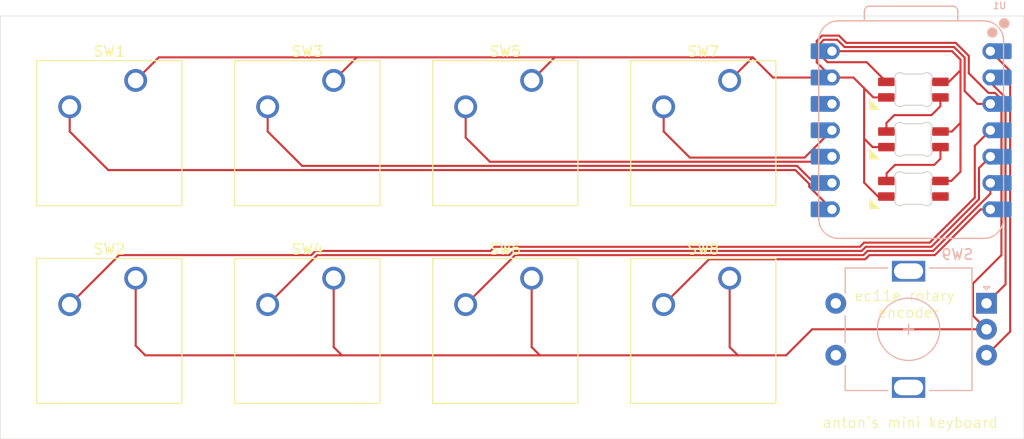
<source format=kicad_pcb>
(kicad_pcb (version 20241229) (generator "pcbnew") (generator_version "9.0")
  (layers (0 "F.Cu" signal) (2 "B.Cu" signal) (13 "F.Paste" user) (15 "B.Paste" user) (5 "F.SilkS" user "F.Silkscreen") (7 "B.SilkS" user "B.Silkscreen") (1 "F.Mask" user) (3 "B.Mask" user) (25 "Edge.Cuts" user))
  (net 0 "")
  (net 1 "Net-(D1-DOUT)")
  (net 2 "GND")
  (net 3 "Net-(D1-DIN)")
  (net 4 "+5V")
  (net 5 "Net-(D2-DOUT)")
  (net 6 "Net-(U1-GPIO0{slash}TX)")
  (net 9 "Net-(U1-GPIO26{slash}ADC0{slash}A0)")
  (net 11 "Net-(U1-GPIO27{slash}ADC1{slash}A1)")
  (net 12 "Net-(U1-GPIO1{slash}RX)")
  (net 13 "Net-(U1-GPIO2{slash}SCK)")
  (net 14 "Net-(U1-GPIO4{slash}MISO)")
  (net 15 "Net-(U1-GPIO3{slash}MOSI)")
  (net 16 "Net-(U1-GPIO29{slash}ADC3{slash}A3)")
  (net 17 "Net-(U1-GPIO6{slash}SDA)")
  (net 18 "Net-(U1-GPIO7{slash}SCL)")
  (footprint "Button_Switch_Keyboard:SW_Cherry_MX_1.00u_PCB" (layer "F.Cu") (at 161.13125 66.51625)
    (property "Reference" "SW6" (at -2.54 -2.794 0) (layer "F.SilkS"))
    (property "Value" "SW_Push")
    (fp_line (start -9.525 -1.905) (end 4.445 -1.905) (stroke (width 0.12)) (layer "F.SilkS"))
    (fp_line (start -9.525 12.065) (end -9.525 -1.905) (stroke (width 0.12)) (layer "F.SilkS"))
    (fp_line (start 4.445 -1.905) (end 4.445 12.065) (stroke (width 0.12)) (layer "F.SilkS"))
    (fp_line (start 4.445 12.065) (end -9.525 12.065) (stroke (width 0.12)) (layer "F.SilkS"))
    (pad "" np_thru_hole circle (at -7.62 5.08) (size 1.7 1.7) (drill 1.7) (layers "*.Cu" "*.Mask"))
    (pad "" np_thru_hole circle (at -2.54 5.08) (size 4 4) (drill 4) (layers "*.Cu" "*.Mask"))
    (pad "" np_thru_hole circle (at 2.54 5.08) (size 1.7 1.7) (drill 1.7) (layers "*.Cu" "*.Mask"))
    (pad "1" thru_hole circle (at 0 0) (size 2.2 2.2) (drill 1.5) (layers "*.Cu" "*.Mask") (net 2 "GND"))
    (pad "2" thru_hole circle (at -6.35 2.54) (size 2.2 2.2) (drill 1.5) (layers "*.Cu" "*.Mask") (net 18 "Net-(U1-GPIO7{slash}SCL)"))
  )
  (footprint "Button_Switch_Keyboard:SW_Cherry_MX_1.00u_PCB" (layer "F.Cu") (at 142.08125 47.46625)
    (property "Reference" "SW3" (at -2.54 -2.794 0) (layer "F.SilkS"))
    (property "Value" "SW_Push")
    (fp_line (start -9.525 -1.905) (end 4.445 -1.905) (stroke (width 0.12)) (layer "F.SilkS"))
    (fp_line (start -9.525 12.065) (end -9.525 -1.905) (stroke (width 0.12)) (layer "F.SilkS"))
    (fp_line (start 4.445 -1.905) (end 4.445 12.065) (stroke (width 0.12)) (layer "F.SilkS"))
    (fp_line (start 4.445 12.065) (end -9.525 12.065) (stroke (width 0.12)) (layer "F.SilkS"))
    (pad "" np_thru_hole circle (at -7.62 5.08) (size 1.7 1.7) (drill 1.7) (layers "*.Cu" "*.Mask"))
    (pad "" np_thru_hole circle (at -2.54 5.08) (size 4 4) (drill 4) (layers "*.Cu" "*.Mask"))
    (pad "" np_thru_hole circle (at 2.54 5.08) (size 1.7 1.7) (drill 1.7) (layers "*.Cu" "*.Mask"))
    (pad "1" thru_hole circle (at 0 0) (size 2.2 2.2) (drill 1.5) (layers "*.Cu" "*.Mask") (net 2 "GND"))
    (pad "2" thru_hole circle (at -6.35 2.54) (size 2.2 2.2) (drill 1.5) (layers "*.Cu" "*.Mask") (net 13 "Net-(U1-GPIO2{slash}SCK)"))
  )
  (footprint "Button_Switch_Keyboard:SW_Cherry_MX_1.00u_PCB" (layer "F.Cu") (at 123.03125 66.51625)
    (property "Reference" "SW2" (at -2.54 -2.794 0) (layer "F.SilkS"))
    (property "Value" "SW_Push")
    (fp_line (start -9.525 -1.905) (end 4.445 -1.905) (stroke (width 0.12)) (layer "F.SilkS"))
    (fp_line (start -9.525 12.065) (end -9.525 -1.905) (stroke (width 0.12)) (layer "F.SilkS"))
    (fp_line (start 4.445 -1.905) (end 4.445 12.065) (stroke (width 0.12)) (layer "F.SilkS"))
    (fp_line (start 4.445 12.065) (end -9.525 12.065) (stroke (width 0.12)) (layer "F.SilkS"))
    (pad "" np_thru_hole circle (at -7.62 5.08) (size 1.7 1.7) (drill 1.7) (layers "*.Cu" "*.Mask"))
    (pad "" np_thru_hole circle (at -2.54 5.08) (size 4 4) (drill 4) (layers "*.Cu" "*.Mask"))
    (pad "" np_thru_hole circle (at 2.54 5.08) (size 1.7 1.7) (drill 1.7) (layers "*.Cu" "*.Mask"))
    (pad "1" thru_hole circle (at 0 0) (size 2.2 2.2) (drill 1.5) (layers "*.Cu" "*.Mask") (net 2 "GND"))
    (pad "2" thru_hole circle (at -6.35 2.54) (size 2.2 2.2) (drill 1.5) (layers "*.Cu" "*.Mask") (net 16 "Net-(U1-GPIO29{slash}ADC3{slash}A3)"))
  )
  (footprint "Button_Switch_Keyboard:SW_Cherry_MX_1.00u_PCB" (layer "F.Cu") (at 123.03125 47.46625)
    (property "Reference" "SW1" (at -2.54 -2.794 0) (layer "F.SilkS"))
    (property "Value" "SW_Push")
    (fp_line (start -9.525 -1.905) (end 4.445 -1.905) (stroke (width 0.12)) (layer "F.SilkS"))
    (fp_line (start -9.525 12.065) (end -9.525 -1.905) (stroke (width 0.12)) (layer "F.SilkS"))
    (fp_line (start 4.445 -1.905) (end 4.445 12.065) (stroke (width 0.12)) (layer "F.SilkS"))
    (fp_line (start 4.445 12.065) (end -9.525 12.065) (stroke (width 0.12)) (layer "F.SilkS"))
    (pad "" np_thru_hole circle (at -7.62 5.08) (size 1.7 1.7) (drill 1.7) (layers "*.Cu" "*.Mask"))
    (pad "" np_thru_hole circle (at -2.54 5.08) (size 4 4) (drill 4) (layers "*.Cu" "*.Mask"))
    (pad "" np_thru_hole circle (at 2.54 5.08) (size 1.7 1.7) (drill 1.7) (layers "*.Cu" "*.Mask"))
    (pad "1" thru_hole circle (at 0 0) (size 2.2 2.2) (drill 1.5) (layers "*.Cu" "*.Mask") (net 2 "GND"))
    (pad "2" thru_hole circle (at -6.35 2.54) (size 2.2 2.2) (drill 1.5) (layers "*.Cu" "*.Mask") (net 12 "Net-(U1-GPIO1{slash}RX)"))
  )
  (footprint "Button_Switch_Keyboard:SW_Cherry_MX_1.00u_PCB" (layer "F.Cu") (at 180.18125 66.51625)
    (property "Reference" "SW8" (at -2.54 -2.794 0) (layer "F.SilkS"))
    (property "Value" "SW_Push")
    (fp_line (start -9.525 -1.905) (end 4.445 -1.905) (stroke (width 0.12)) (layer "F.SilkS"))
    (fp_line (start -9.525 12.065) (end -9.525 -1.905) (stroke (width 0.12)) (layer "F.SilkS"))
    (fp_line (start 4.445 -1.905) (end 4.445 12.065) (stroke (width 0.12)) (layer "F.SilkS"))
    (fp_line (start 4.445 12.065) (end -9.525 12.065) (stroke (width 0.12)) (layer "F.SilkS"))
    (pad "" np_thru_hole circle (at -7.62 5.08) (size 1.7 1.7) (drill 1.7) (layers "*.Cu" "*.Mask"))
    (pad "" np_thru_hole circle (at -2.54 5.08) (size 4 4) (drill 4) (layers "*.Cu" "*.Mask"))
    (pad "" np_thru_hole circle (at 2.54 5.08) (size 1.7 1.7) (drill 1.7) (layers "*.Cu" "*.Mask"))
    (pad "1" thru_hole circle (at 0 0) (size 2.2 2.2) (drill 1.5) (layers "*.Cu" "*.Mask") (net 2 "GND"))
    (pad "2" thru_hole circle (at -6.35 2.54) (size 2.2 2.2) (drill 1.5) (layers "*.Cu" "*.Mask") (net 6 "Net-(U1-GPIO0{slash}TX)"))
  )
  (footprint "Button_Switch_Keyboard:SW_Cherry_MX_1.00u_PCB" (layer "F.Cu") (at 142.08125 66.51625)
    (property "Reference" "SW4" (at -2.54 -2.794 0) (layer "F.SilkS"))
    (property "Value" "SW_Push")
    (fp_line (start -9.525 -1.905) (end 4.445 -1.905) (stroke (width 0.12)) (layer "F.SilkS"))
    (fp_line (start -9.525 12.065) (end -9.525 -1.905) (stroke (width 0.12)) (layer "F.SilkS"))
    (fp_line (start 4.445 -1.905) (end 4.445 12.065) (stroke (width 0.12)) (layer "F.SilkS"))
    (fp_line (start 4.445 12.065) (end -9.525 12.065) (stroke (width 0.12)) (layer "F.SilkS"))
    (pad "" np_thru_hole circle (at -7.62 5.08) (size 1.7 1.7) (drill 1.7) (layers "*.Cu" "*.Mask"))
    (pad "" np_thru_hole circle (at -2.54 5.08) (size 4 4) (drill 4) (layers "*.Cu" "*.Mask"))
    (pad "" np_thru_hole circle (at 2.54 5.08) (size 1.7 1.7) (drill 1.7) (layers "*.Cu" "*.Mask"))
    (pad "1" thru_hole circle (at 0 0) (size 2.2 2.2) (drill 1.5) (layers "*.Cu" "*.Mask") (net 2 "GND"))
    (pad "2" thru_hole circle (at -6.35 2.54) (size 2.2 2.2) (drill 1.5) (layers "*.Cu" "*.Mask") (net 17 "Net-(U1-GPIO6{slash}SDA)"))
  )
  (footprint "Button_Switch_Keyboard:SW_Cherry_MX_1.00u_PCB" (layer "F.Cu") (at 180.18125 47.46625)
    (property "Reference" "SW7" (at -2.54 -2.794 0) (layer "F.SilkS"))
    (property "Value" "SW_Push")
    (fp_line (start -9.525 -1.905) (end 4.445 -1.905) (stroke (width 0.12)) (layer "F.SilkS"))
    (fp_line (start -9.525 12.065) (end -9.525 -1.905) (stroke (width 0.12)) (layer "F.SilkS"))
    (fp_line (start 4.445 -1.905) (end 4.445 12.065) (stroke (width 0.12)) (layer "F.SilkS"))
    (fp_line (start 4.445 12.065) (end -9.525 12.065) (stroke (width 0.12)) (layer "F.SilkS"))
    (pad "" np_thru_hole circle (at -7.62 5.08) (size 1.7 1.7) (drill 1.7) (layers "*.Cu" "*.Mask"))
    (pad "" np_thru_hole circle (at -2.54 5.08) (size 4 4) (drill 4) (layers "*.Cu" "*.Mask"))
    (pad "" np_thru_hole circle (at 2.54 5.08) (size 1.7 1.7) (drill 1.7) (layers "*.Cu" "*.Mask"))
    (pad "1" thru_hole circle (at 0 0) (size 2.2 2.2) (drill 1.5) (layers "*.Cu" "*.Mask") (net 2 "GND"))
    (pad "2" thru_hole circle (at -6.35 2.54) (size 2.2 2.2) (drill 1.5) (layers "*.Cu" "*.Mask") (net 15 "Net-(U1-GPIO3{slash}MOSI)"))
  )
  (footprint "Button_Switch_Keyboard:SW_Cherry_MX_1.00u_PCB" (layer "F.Cu") (at 161.13125 47.46625)
    (property "Reference" "SW5" (at -2.54 -2.794 0) (layer "F.SilkS"))
    (property "Value" "SW_Push")
    (fp_line (start -9.525 -1.905) (end 4.445 -1.905) (stroke (width 0.12)) (layer "F.SilkS"))
    (fp_line (start -9.525 12.065) (end -9.525 -1.905) (stroke (width 0.12)) (layer "F.SilkS"))
    (fp_line (start 4.445 -1.905) (end 4.445 12.065) (stroke (width 0.12)) (layer "F.SilkS"))
    (fp_line (start 4.445 12.065) (end -9.525 12.065) (stroke (width 0.12)) (layer "F.SilkS"))
    (pad "" np_thru_hole circle (at -7.62 5.08) (size 1.7 1.7) (drill 1.7) (layers "*.Cu" "*.Mask"))
    (pad "" np_thru_hole circle (at -2.54 5.08) (size 4 4) (drill 4) (layers "*.Cu" "*.Mask"))
    (pad "" np_thru_hole circle (at 2.54 5.08) (size 1.7 1.7) (drill 1.7) (layers "*.Cu" "*.Mask"))
    (pad "1" thru_hole circle (at 0 0) (size 2.2 2.2) (drill 1.5) (layers "*.Cu" "*.Mask") (net 2 "GND"))
    (pad "2" thru_hole circle (at -6.35 2.54) (size 2.2 2.2) (drill 1.5) (layers "*.Cu" "*.Mask") (net 14 "Net-(U1-GPIO4{slash}MISO)"))
  )
  (footprint "Rotary_Encoder:RotaryEncoder_Alps_EC11E-Switch_Vertical_H20mm" (layer "B.Cu") (at 204.89375 68.9375 180)
    (property "Reference" "SW9" (at 2.8 4.7 0) (layer "B.SilkS") (effects (justify mirror)))
    (property "Value" "RotaryEncoder_Switch")
    (fp_line (start 13.6 3.4) (end 13.6 1) (stroke (width 0.12)) (layer "B.SilkS"))
    (fp_line (start 13.6 -1.2) (end 13.6 -3.8) (stroke (width 0.12)) (layer "B.SilkS"))
    (fp_line (start 13.6 -6) (end 13.6 -8.4) (stroke (width 0.12)) (layer "B.SilkS"))
    (fp_line (start 13.6 -8.4) (end 9.5 -8.4) (stroke (width 0.12)) (layer "B.SilkS"))
    (fp_line (start 9.5 3.4) (end 13.6 3.4) (stroke (width 0.12)) (layer "B.SilkS"))
    (fp_line (start 7.5 -2) (end 7.5 -3) (stroke (width 0.12)) (layer "B.SilkS"))
    (fp_line (start 7 -2.5) (end 8 -2.5) (stroke (width 0.12)) (layer "B.SilkS"))
    (fp_line (start 5.5 3.4) (end 1.4 3.4) (stroke (width 0.12)) (layer "B.SilkS"))
    (fp_line (start 5.5 -8.4) (end 1.4 -8.4) (stroke (width 0.12)) (layer "B.SilkS"))
    (fp_line (start 1.4 3.4) (end 1.4 -8.4) (stroke (width 0.12)) (layer "B.SilkS"))
    (fp_line (start 0.3 1.6) (end 0 1.3) (stroke (width 0.12)) (layer "B.SilkS"))
    (fp_line (start 0 1.3) (end -0.3 1.6) (stroke (width 0.12)) (layer "B.SilkS"))
    (fp_line (start -0.3 1.6) (end 0.3 1.6) (stroke (width 0.12)) (layer "B.SilkS"))
    (fp_circle (center 7.5 -2.5) (end 10.5 -2.5) (stroke (width 0.12)) (fill no) (layer "B.SilkS"))
    (pad "A" thru_hole rect (at 0 0 180) (size 2 2) (drill 1) (layers "*.Cu" "*.Mask") (net 11 "Net-(U1-GPIO27{slash}ADC1{slash}A1)"))
    (pad "B" thru_hole circle (at 0 -5 180) (size 2 2) (drill 1) (layers "*.Cu" "*.Mask") (net 9 "Net-(U1-GPIO26{slash}ADC0{slash}A0)"))
    (pad "C" thru_hole circle (at 0 -2.5 180) (size 2 2) (drill 1) (layers "*.Cu" "*.Mask") (net 2 "GND"))
    (pad "MP" thru_hole rect (at 7.5 -8.1 180) (size 3.2 2) (drill oval 2.8 1.5) (layers "*.Cu" "*.Mask"))
    (pad "MP" thru_hole rect (at 7.5 3.1 180) (size 3.2 2) (drill oval 2.8 1.5) (layers "*.Cu" "*.Mask"))
    (pad "S1" thru_hole circle (at 14.5 -5 180) (size 2 2) (drill 1) (layers "*.Cu" "*.Mask"))
    (pad "S2" thru_hole circle (at 14.5 0 180) (size 2 2) (drill 1) (layers "*.Cu" "*.Mask"))
  )
  (footprint "Hackclub Footprints:MX_SK6812MINI-E_REV" (layer "B.Cu") (at 197.85625 62.98)
    (property "Reference" "D3" (hide yes))
    (property "Value" "SK6812MINI-E")
    (fp_poly (pts (xy -4.2 -4.08) (xy -3.3 -3.18) (xy -4.2 -3.18)) (stroke (width 0.1)) (fill yes) (layer "F.SilkS"))
    (fp_line (start -1.699999 -5.782842) (end -1.699999 -4.377158) (stroke (width 0.1)) (layer "Edge.Cuts"))
    (fp_line (start -0.794452 -3.58) (end 0.794452 -3.58) (stroke (width 0.1)) (layer "Edge.Cuts"))
    (fp_line (start 0.794452 -6.579999) (end -0.794453 -6.579999) (stroke (width 0.1)) (layer "Edge.Cuts"))
    (fp_line (start 1.699999 -4.377158) (end 1.699999 -5.782842) (stroke (width 0.1)) (layer "Edge.Cuts"))
    (fp_arc (start -1.749484 -5.99972) (mid -1.712527 -5.894068) (end -1.699999 -5.782843) (stroke (width 0.1)) (layer "Edge.Cuts"))
    (fp_arc (start -1.749484 -5.99972) (mid -1.638071 -6.584035) (end -1.046711 -6.648298) (stroke (width 0.1)) (layer "Edge.Cuts"))
    (fp_arc (start -1.699999 -4.377158) (mid -1.712527 -4.265932) (end -1.749484 -4.16028) (stroke (width 0.1)) (layer "Edge.Cuts"))
    (fp_arc (start -1.046711 -3.511701) (mid -1.638072 -3.575965) (end -1.749484 -4.160281) (stroke (width 0.1)) (layer "Edge.Cuts"))
    (fp_arc (start -1.046711 -3.511701) (mid -0.925123 -3.562623) (end -0.794452 -3.58) (stroke (width 0.1)) (layer "Edge.Cuts"))
    (fp_arc (start -0.794453 -6.579999) (mid -0.925123 -6.597376) (end -1.046711 -6.648298) (stroke (width 0.1)) (layer "Edge.Cuts"))
    (fp_arc (start 0.794452 -3.58) (mid 0.925122 -3.562623) (end 1.04671 -3.511701) (stroke (width 0.1)) (layer "Edge.Cuts"))
    (fp_arc (start 1.046711 -6.648299) (mid 0.925123 -6.597377) (end 0.794453 -6.58) (stroke (width 0.1)) (layer "Edge.Cuts"))
    (fp_arc (start 1.046711 -6.648299) (mid 1.638071 -6.584036) (end 1.749484 -5.99972) (stroke (width 0.1)) (layer "Edge.Cuts"))
    (fp_arc (start 1.699999 -5.782842) (mid 1.712536 -5.894065) (end 1.749484 -5.99972) (stroke (width 0.1)) (layer "Edge.Cuts"))
    (fp_arc (start 1.749484 -4.16028) (mid 1.638072 -3.575963) (end 1.046711 -3.511703) (stroke (width 0.1)) (layer "Edge.Cuts"))
    (fp_arc (start 1.749484 -4.16028) (mid 1.712526 -4.265931) (end 1.699999 -4.377157) (stroke (width 0.1)) (layer "Edge.Cuts"))
    (pad "1" smd roundrect (at 2.6 -5.83 270) (size 0.82 1.6) (layers "F.Cu" "F.Mask" "F.Paste") (roundrect_rratio 0.1) (net 4 "+5V"))
    (pad "2" smd roundrect (at 2.6 -4.33 270) (size 0.82 1.6) (layers "F.Cu" "F.Mask" "F.Paste") (roundrect_rratio 0.1))
    (pad "3" smd roundrect (at -2.6 -4.33 270) (size 0.82 1.6) (layers "F.Cu" "F.Mask" "F.Paste") (roundrect_rratio 0.1) (net 2 "GND"))
    (pad "4" smd roundrect (at -2.6 -5.83 270) (size 0.82 1.6) (layers "F.Cu" "F.Mask" "F.Paste") (roundrect_rratio 0.1) (net 5 "Net-(D2-DOUT)"))
  )
  (footprint "Hackclub Footprints:MX_SK6812MINI-E_REV" (layer "B.Cu") (at 197.8625 58.2175)
    (property "Reference" "D2" (hide yes))
    (property "Value" "SK6812MINI-E")
    (fp_poly (pts (xy -4.2 -4.08) (xy -3.3 -3.18) (xy -4.2 -3.18)) (stroke (width 0.1)) (fill yes) (layer "F.SilkS"))
    (fp_line (start -1.699999 -5.782842) (end -1.699999 -4.377158) (stroke (width 0.1)) (layer "Edge.Cuts"))
    (fp_line (start -0.794452 -3.58) (end 0.794452 -3.58) (stroke (width 0.1)) (layer "Edge.Cuts"))
    (fp_line (start 0.794452 -6.579999) (end -0.794453 -6.579999) (stroke (width 0.1)) (layer "Edge.Cuts"))
    (fp_line (start 1.699999 -4.377158) (end 1.699999 -5.782842) (stroke (width 0.1)) (layer "Edge.Cuts"))
    (fp_arc (start -1.749484 -5.99972) (mid -1.712527 -5.894068) (end -1.699999 -5.782843) (stroke (width 0.1)) (layer "Edge.Cuts"))
    (fp_arc (start -1.749484 -5.99972) (mid -1.638071 -6.584035) (end -1.046711 -6.648298) (stroke (width 0.1)) (layer "Edge.Cuts"))
    (fp_arc (start -1.699999 -4.377158) (mid -1.712527 -4.265932) (end -1.749484 -4.16028) (stroke (width 0.1)) (layer "Edge.Cuts"))
    (fp_arc (start -1.046711 -3.511701) (mid -1.638072 -3.575965) (end -1.749484 -4.160281) (stroke (width 0.1)) (layer "Edge.Cuts"))
    (fp_arc (start -1.046711 -3.511701) (mid -0.925123 -3.562623) (end -0.794452 -3.58) (stroke (width 0.1)) (layer "Edge.Cuts"))
    (fp_arc (start -0.794453 -6.579999) (mid -0.925123 -6.597376) (end -1.046711 -6.648298) (stroke (width 0.1)) (layer "Edge.Cuts"))
    (fp_arc (start 0.794452 -3.58) (mid 0.925122 -3.562623) (end 1.04671 -3.511701) (stroke (width 0.1)) (layer "Edge.Cuts"))
    (fp_arc (start 1.046711 -6.648299) (mid 0.925123 -6.597377) (end 0.794453 -6.58) (stroke (width 0.1)) (layer "Edge.Cuts"))
    (fp_arc (start 1.046711 -6.648299) (mid 1.638071 -6.584036) (end 1.749484 -5.99972) (stroke (width 0.1)) (layer "Edge.Cuts"))
    (fp_arc (start 1.699999 -5.782842) (mid 1.712536 -5.894065) (end 1.749484 -5.99972) (stroke (width 0.1)) (layer "Edge.Cuts"))
    (fp_arc (start 1.749484 -4.16028) (mid 1.638072 -3.575963) (end 1.046711 -3.511703) (stroke (width 0.1)) (layer "Edge.Cuts"))
    (fp_arc (start 1.749484 -4.16028) (mid 1.712526 -4.265931) (end 1.699999 -4.377157) (stroke (width 0.1)) (layer "Edge.Cuts"))
    (pad "1" smd roundrect (at 2.6 -5.83 270) (size 0.82 1.6) (layers "F.Cu" "F.Mask" "F.Paste") (roundrect_rratio 0.1) (net 4 "+5V"))
    (pad "2" smd roundrect (at 2.6 -4.33 270) (size 0.82 1.6) (layers "F.Cu" "F.Mask" "F.Paste") (roundrect_rratio 0.1) (net 5 "Net-(D2-DOUT)"))
    (pad "3" smd roundrect (at -2.6 -4.33 270) (size 0.82 1.6) (layers "F.Cu" "F.Mask" "F.Paste") (roundrect_rratio 0.1) (net 2 "GND"))
    (pad "4" smd roundrect (at -2.6 -5.83 270) (size 0.82 1.6) (layers "F.Cu" "F.Mask" "F.Paste") (roundrect_rratio 0.1) (net 1 "Net-(D1-DOUT)"))
  )
  (footprint "Hackclub Footprints:XIAO-RP2040-DIP" (layer "B.Cu") (at 197.64375 52.2685 180)
    (property "Reference" "U1" (at -8.5 12 0) (layer "B.SilkS") (effects (font (size 0.635 0.635) (thickness 0.1016)) (justify mirror)))
    (property "Value" "XIAO-RP2040-DIP" (hide yes))
    (fp_line (start 8.89 -8.509) (end 8.89 8.636) (stroke (width 0.127)) (layer "B.SilkS"))
    (fp_line (start 6.985 10.541) (end -6.985 10.541) (stroke (width 0.1)) (layer "B.SilkS"))
    (fp_line (start 6.985 10.541) (end -6.985 10.541) (stroke (width 0.127)) (layer "B.SilkS"))
    (fp_line (start 4.504 11.451) (end 4.504 10.541) (stroke (width 0.127)) (layer "B.SilkS"))
    (fp_line (start -3.991272 11.951) (end 4.004 11.951) (stroke (width 0.127)) (layer "B.SilkS"))
    (fp_line (start -4.495 10.541) (end -4.491272 11.451272) (stroke (width 0.127)) (layer "B.SilkS"))
    (fp_line (start -6.985 -10.414) (end 6.985 -10.414) (stroke (width 0.127)) (layer "B.SilkS"))
    (fp_line (start -8.89 -8.509) (end -8.89 8.636) (stroke (width 0.127)) (layer "B.SilkS"))
    (fp_arc (start 8.89 8.636) (mid 8.332038 9.983038) (end 6.985 10.541) (stroke (width 0.127)) (layer "B.SilkS"))
    (fp_arc (start 6.985 -10.414) (mid 8.332038 -9.856038) (end 8.89 -8.509) (stroke (width 0.127)) (layer "B.SilkS"))
    (fp_arc (start 4.504 11.451) (mid 4.357553 11.804553) (end 4.004 11.951) (stroke (width 0.127)) (layer "B.SilkS"))
    (fp_arc (start -3.991272 11.951) (mid -4.344724 11.804644) (end -4.491272 11.451272) (stroke (width 0.127)) (layer "B.SilkS"))
    (fp_arc (start -6.985 10.541) (mid -8.332038 9.983038) (end -8.89 8.636) (stroke (width 0.127)) (layer "B.SilkS"))
    (fp_arc (start -8.89 -8.509) (mid -8.332038 -9.856038) (end -6.985 -10.414) (stroke (width 0.127)) (layer "B.SilkS"))
    (fp_circle (center -7.807 9.42) (end -7.807 9.674) (stroke (width 0.5)) (fill yes) (layer "B.SilkS"))
    (fp_circle (center -8.95 10.3) (end -8.95 10.554) (stroke (width 0.5)) (fill yes) (layer "B.SilkS"))
    (pad "1" smd roundrect (at -8.455 7.62) (size 2.432 1.524) (layers "B.Cu" "B.Mask") (roundrect_rratio 0.1) (net 9 "Net-(U1-GPIO26{slash}ADC0{slash}A0)"))
    (pad "1" thru_hole circle (at -7.62 7.62) (size 1.524 1.524) (drill 0.889) (layers "*.Cu" "*.Mask") (net 9 "Net-(U1-GPIO26{slash}ADC0{slash}A0)"))
    (pad "2" smd roundrect (at -8.455 5.08) (size 2.432 1.524) (layers "B.Cu" "B.Mask") (roundrect_rratio 0.1) (net 11 "Net-(U1-GPIO27{slash}ADC1{slash}A1)"))
    (pad "2" thru_hole circle (at -7.62 5.08) (size 1.524 1.524) (drill 0.889) (layers "*.Cu" "*.Mask") (net 11 "Net-(U1-GPIO27{slash}ADC1{slash}A1)"))
    (pad "3" smd roundrect (at -8.455 2.54) (size 2.432 1.524) (layers "B.Cu" "B.Mask") (roundrect_rratio 0.1) (net 3 "Net-(D1-DIN)"))
    (pad "3" thru_hole circle (at -7.62 2.54) (size 1.524 1.524) (drill 0.889) (layers "*.Cu" "*.Mask") (net 3 "Net-(D1-DIN)"))
    (pad "4" smd roundrect (at -8.455 0) (size 2.432 1.524) (layers "B.Cu" "B.Mask") (roundrect_rratio 0.1) (net 16 "Net-(U1-GPIO29{slash}ADC3{slash}A3)"))
    (pad "4" thru_hole circle (at -7.62 0) (size 1.524 1.524) (drill 0.889) (layers "*.Cu" "*.Mask") (net 16 "Net-(U1-GPIO29{slash}ADC3{slash}A3)"))
    (pad "5" smd roundrect (at -8.455 -2.54) (size 2.432 1.524) (layers "B.Cu" "B.Mask") (roundrect_rratio 0.1) (net 17 "Net-(U1-GPIO6{slash}SDA)"))
    (pad "5" thru_hole circle (at -7.62 -2.54) (size 1.524 1.524) (drill 0.889) (layers "*.Cu" "*.Mask") (net 17 "Net-(U1-GPIO6{slash}SDA)"))
    (pad "6" smd roundrect (at -8.455 -5.08) (size 2.432 1.524) (layers "B.Cu" "B.Mask") (roundrect_rratio 0.1) (net 18 "Net-(U1-GPIO7{slash}SCL)"))
    (pad "6" thru_hole circle (at -7.62 -5.08) (size 1.524 1.524) (drill 0.889) (layers "*.Cu" "*.Mask") (net 18 "Net-(U1-GPIO7{slash}SCL)"))
    (pad "7" smd roundrect (at -8.455 -7.62) (size 2.432 1.524) (layers "B.Cu" "B.Mask") (roundrect_rratio 0.1) (net 6 "Net-(U1-GPIO0{slash}TX)"))
    (pad "7" thru_hole circle (at -7.62 -7.62) (size 1.524 1.524) (drill 0.889) (layers "*.Cu" "*.Mask") (net 6 "Net-(U1-GPIO0{slash}TX)"))
    (pad "8" thru_hole circle (at 7.62 -7.62 180) (size 1.524 1.524) (drill 0.889) (layers "*.Cu" "*.Mask") (net 12 "Net-(U1-GPIO1{slash}RX)"))
    (pad "8" smd roundrect (at 8.455 -7.62 180) (size 2.432 1.524) (layers "B.Cu" "B.Mask") (roundrect_rratio 0.1) (net 12 "Net-(U1-GPIO1{slash}RX)"))
    (pad "9" thru_hole circle (at 7.62 -5.08 180) (size 1.524 1.524) (drill 0.889) (layers "*.Cu" "*.Mask") (net 13 "Net-(U1-GPIO2{slash}SCK)"))
    (pad "9" smd roundrect (at 8.455 -5.08 180) (size 2.432 1.524) (layers "B.Cu" "B.Mask") (roundrect_rratio 0.1) (net 13 "Net-(U1-GPIO2{slash}SCK)"))
    (pad "10" thru_hole circle (at 7.62 -2.54 180) (size 1.524 1.524) (drill 0.889) (layers "*.Cu" "*.Mask") (net 14 "Net-(U1-GPIO4{slash}MISO)"))
    (pad "10" smd roundrect (at 8.455 -2.54 180) (size 2.432 1.524) (layers "B.Cu" "B.Mask") (roundrect_rratio 0.1) (net 14 "Net-(U1-GPIO4{slash}MISO)"))
    (pad "11" thru_hole circle (at 7.62 0 180) (size 1.524 1.524) (drill 0.889) (layers "*.Cu" "*.Mask") (net 15 "Net-(U1-GPIO3{slash}MOSI)"))
    (pad "11" smd roundrect (at 8.455 0 180) (size 2.432 1.524) (layers "B.Cu" "B.Mask") (roundrect_rratio 0.1) (net 15 "Net-(U1-GPIO3{slash}MOSI)"))
    (pad "12" thru_hole circle (at 7.62 2.54 180) (size 1.524 1.524) (drill 0.889) (layers "*.Cu" "*.Mask"))
    (pad "12" smd roundrect (at 8.455 2.54 180) (size 2.432 1.524) (layers "B.Cu" "B.Mask") (roundrect_rratio 0.1))
    (pad "13" thru_hole circle (at 7.62 5.08 180) (size 1.524 1.524) (drill 0.889) (layers "*.Cu" "*.Mask") (net 2 "GND"))
    (pad "13" smd roundrect (at 8.455 5.08 180) (size 2.432 1.524) (layers "B.Cu" "B.Mask") (roundrect_rratio 0.1) (net 2 "GND"))
    (pad "14" thru_hole circle (at 7.62 7.62 180) (size 1.524 1.524) (drill 0.889) (layers "*.Cu" "*.Mask") (net 4 "+5V"))
    (pad "14" smd roundrect (at 8.455 7.62 180) (size 2.432 1.524) (layers "B.Cu" "B.Mask") (roundrect_rratio 0.1) (net 4 "+5V"))
  )
  (footprint "Hackclub Footprints:MX_SK6812MINI-E_REV" (layer "B.Cu") (at 197.85625 53.43375)
    (property "Reference" "D1" (hide yes))
    (property "Value" "SK6812MINI-E")
    (fp_poly (pts (xy -4.2 -4.08) (xy -3.3 -3.18) (xy -4.2 -3.18)) (stroke (width 0.1)) (fill yes) (layer "F.SilkS"))
    (fp_line (start -1.699999 -5.782842) (end -1.699999 -4.377158) (stroke (width 0.1)) (layer "Edge.Cuts"))
    (fp_line (start -0.794452 -3.58) (end 0.794452 -3.58) (stroke (width 0.1)) (layer "Edge.Cuts"))
    (fp_line (start 0.794452 -6.579999) (end -0.794453 -6.579999) (stroke (width 0.1)) (layer "Edge.Cuts"))
    (fp_line (start 1.699999 -4.377158) (end 1.699999 -5.782842) (stroke (width 0.1)) (layer "Edge.Cuts"))
    (fp_arc (start -1.749484 -5.99972) (mid -1.712527 -5.894068) (end -1.699999 -5.782843) (stroke (width 0.1)) (layer "Edge.Cuts"))
    (fp_arc (start -1.749484 -5.99972) (mid -1.638071 -6.584035) (end -1.046711 -6.648298) (stroke (width 0.1)) (layer "Edge.Cuts"))
    (fp_arc (start -1.699999 -4.377158) (mid -1.712527 -4.265932) (end -1.749484 -4.16028) (stroke (width 0.1)) (layer "Edge.Cuts"))
    (fp_arc (start -1.046711 -3.511701) (mid -1.638072 -3.575965) (end -1.749484 -4.160281) (stroke (width 0.1)) (layer "Edge.Cuts"))
    (fp_arc (start -1.046711 -3.511701) (mid -0.925123 -3.562623) (end -0.794452 -3.58) (stroke (width 0.1)) (layer "Edge.Cuts"))
    (fp_arc (start -0.794453 -6.579999) (mid -0.925123 -6.597376) (end -1.046711 -6.648298) (stroke (width 0.1)) (layer "Edge.Cuts"))
    (fp_arc (start 0.794452 -3.58) (mid 0.925122 -3.562623) (end 1.04671 -3.511701) (stroke (width 0.1)) (layer "Edge.Cuts"))
    (fp_arc (start 1.046711 -6.648299) (mid 0.925123 -6.597377) (end 0.794453 -6.58) (stroke (width 0.1)) (layer "Edge.Cuts"))
    (fp_arc (start 1.046711 -6.648299) (mid 1.638071 -6.584036) (end 1.749484 -5.99972) (stroke (width 0.1)) (layer "Edge.Cuts"))
    (fp_arc (start 1.699999 -5.782842) (mid 1.712536 -5.894065) (end 1.749484 -5.99972) (stroke (width 0.1)) (layer "Edge.Cuts"))
    (fp_arc (start 1.749484 -4.16028) (mid 1.638072 -3.575963) (end 1.046711 -3.511703) (stroke (width 0.1)) (layer "Edge.Cuts"))
    (fp_arc (start 1.749484 -4.16028) (mid 1.712526 -4.265931) (end 1.699999 -4.377157) (stroke (width 0.1)) (layer "Edge.Cuts"))
    (pad "1" smd roundrect (at 2.6 -5.83 270) (size 0.82 1.6) (layers "F.Cu" "F.Mask" "F.Paste") (roundrect_rratio 0.1) (net 4 "+5V"))
    (pad "2" smd roundrect (at 2.6 -4.33 270) (size 0.82 1.6) (layers "F.Cu" "F.Mask" "F.Paste") (roundrect_rratio 0.1) (net 1 "Net-(D1-DOUT)"))
    (pad "3" smd roundrect (at -2.6 -4.33 270) (size 0.82 1.6) (layers "F.Cu" "F.Mask" "F.Paste") (roundrect_rratio 0.1) (net 2 "GND"))
    (pad "4" smd roundrect (at -2.6 -5.83 270) (size 0.82 1.6) (layers "F.Cu" "F.Mask" "F.Paste") (roundrect_rratio 0.1) (net 3 "Net-(D1-DIN)"))
  )
  (gr_rect (start 110 41.26) (end 208.5 82.01) (stroke (width 0.05)) (fill no) (layer "Edge.Cuts"))
  (gr_text "ec11e rotary \nencoder" (at 197.39375 69.02 0) (layer "F.SilkS") (effects (font (size 1 1) (thickness 0.1))))
  (gr_text "anton's mini keyboard" (at 189.06 81.01 0) (layer "F.SilkS") (effects (font (size 1 1) (thickness 0.1)) (justify left bottom)))
  (segment (start 200.45625 49.95375) (end 200.45625 49.10375) (width 0.2) (layer "F.Cu") (net 1))
  (segment (start 195.2625 51.5675) (end 196.02 50.81) (width 0.2) (layer "F.Cu") (net 1))
  (segment (start 195.2625 52.3875) (end 195.2625 51.5675) (width 0.2) (layer "F.Cu") (net 1))
  (segment (start 196.02 50.81) (end 199.6 50.81) (width 0.2) (layer "F.Cu") (net 1))
  (segment (start 199.6 50.81) (end 200.45625 49.95375) (width 0.2) (layer "F.Cu") (net 1))
  (segment (start 195.25625 58.65) (end 194.45625 58.65) (width 0.2) (layer "F.Cu") (net 2))
  (segment (start 195.2625 53.8875) (end 193.9375 53.8875) (width 0.2) (layer "F.Cu") (net 2))
  (segment (start 188.55975 43.66315) (end 188.55975 45.7245) (width 0.2) (layer "F.Cu") (net 2))
  (segment (start 180.975 73.94725) (end 185.609 73.94725) (width 0.2) (layer "F.Cu") (net 2))
  (segment (start 161.13125 73.1535) (end 161.925 73.94725) (width 0.2) (layer "F.Cu") (net 2))
  (segment (start 205.08 48.6655) (end 203.192 46.7775) (width 0.2) (layer "F.Cu") (net 2))
  (segment (start 203.192 46.7775) (end 203.192 45.1049) (width 0.2) (layer "F.Cu") (net 2))
  (segment (start 184.3485 47.1885) (end 190.02375 47.1885) (width 0.2) (layer "F.Cu") (net 2))
  (segment (start 123.9535 73.94725) (end 142.875 73.94725) (width 0.2) (layer "F.Cu") (net 2))
  (segment (start 206.32675 49.28819) (end 205.70406 48.6655) (width 0.2) (layer "F.Cu") (net 2))
  (segment (start 185.609 73.94725) (end 188.11875 71.4375) (width 0.2) (layer "F.Cu") (net 2))
  (segment (start 204.89375 71.4375) (end 203.59275 70.1365) (width 0.2) (layer "F.Cu") (net 2))
  (segment (start 188.11875 71.4375) (end 204.89375 71.4375) (width 0.2) (layer "F.Cu") (net 2))
  (segment (start 125.25375 45.24375) (end 144.30375 45.24375) (width 0.2) (layer "F.Cu") (net 2))
  (segment (start 142.08125 73.1535) (end 142.875 73.94725) (width 0.2) (layer "F.Cu") (net 2))
  (segment (start 203.59275 70.1365) (end 203.59275 67.02775) (width 0.2) (layer "F.Cu") (net 2))
  (segment (start 189.0739 43.149) (end 188.55975 43.66315) (width 0.2) (layer "F.Cu") (net 2))
  (segment (start 123.03125 66.51625) (end 123.03125 73.025) (width 0.2) (layer "F.Cu") (net 2))
  (segment (start 195.25625 49.10375) (end 194.00675 49.10375) (width 0.2) (layer "F.Cu") (net 2))
  (segment (start 193.9375 53.8875) (end 193.12 53.07) (width 0.2) (layer "F.Cu") (net 2))
  (segment (start 193.12 57.31375) (end 193.12 53.07) (width 0.2) (layer "F.Cu") (net 2))
  (segment (start 194.00675 49.10375) (end 193.12 48.217) (width 0.2) (layer "F.Cu") (net 2))
  (segment (start 192.0915 47.1885) (end 190.02375 47.1885) (width 0.2) (layer "F.Cu") (net 2))
  (segment (start 123.825 73.81875) (end 123.9535 73.94725) (width 0.2) (layer "F.Cu") (net 2))
  (segment (start 180.18125 73.1535) (end 180.975 73.94725) (width 0.2) (layer "F.Cu") (net 2))
  (segment (start 142.08125 66.51625) (end 142.08125 73.1535) (width 0.2) (layer "F.Cu") (net 2))
  (segment (start 180.18125 66.51625) (end 179.33972 66.51625) (width 0.2) (layer "F.Cu") (net 2))
  (segment (start 180.18125 47.46625) (end 182.40375 45.24375) (width 0.2) (layer "F.Cu") (net 2))
  (segment (start 205.70406 48.6655) (end 205.08 48.6655) (width 0.2) (layer "F.Cu") (net 2))
  (segment (start 201.9336 43.8465) (end 191.3961 43.8465) (width 0.2) (layer "F.Cu") (net 2))
  (segment (start 203.192 45.1049) (end 201.9336 43.8465) (width 0.2) (layer "F.Cu") (net 2))
  (segment (start 161.925 73.94725) (end 180.975 73.94725) (width 0.2) (layer "F.Cu") (net 2))
  (segment (start 188.55975 45.7245) (end 190.02375 47.1885) (width 0.2) (layer "F.Cu") (net 2))
  (segment (start 142.08125 47.46625) (end 144.30375 45.24375) (width 0.2) (layer "F.Cu") (net 2))
  (segment (start 180.18125 66.51625) (end 180.18125 73.1535) (width 0.2) (layer "F.Cu") (net 2))
  (segment (start 182.40375 45.24375) (end 184.3485 47.1885) (width 0.2) (layer "F.Cu") (net 2))
  (segment (start 161.13125 47.46625) (end 163.35375 45.24375) (width 0.2) (layer "F.Cu") (net 2))
  (segment (start 123.03125 73.025) (end 123.825 73.81875) (width 0.2) (layer "F.Cu") (net 2))
  (segment (start 190.6986 43.149) (end 189.0739 43.149) (width 0.2) (layer "F.Cu") (net 2))
  (segment (start 142.08125 66.51625) (end 141.23972 66.51625) (width 0.2) (layer "F.Cu") (net 2))
  (segment (start 192.0915 47.1885) (end 193.12 48.217) (width 0.2) (layer "F.Cu") (net 2))
  (segment (start 191.3961 43.8465) (end 190.6986 43.149) (width 0.2) (layer "F.Cu") (net 2))
  (segment (start 123.03125 47.46625) (end 125.25375 45.24375) (width 0.2) (layer "F.Cu") (net 2))
  (segment (start 194.45625 58.65) (end 193.12 57.31375) (width 0.2) (layer "F.Cu") (net 2))
  (segment (start 203.59275 67.02775) (end 206.32675 64.29375) (width 0.2) (layer "F.Cu") (net 2))
  (segment (start 161.13125 66.51625) (end 160.346434 66.51625) (width 0.2) (layer "F.Cu") (net 2))
  (segment (start 144.30375 45.24375) (end 163.35375 45.24375) (width 0.2) (layer "F.Cu") (net 2))
  (segment (start 206.32675 64.29375) (end 206.32675 49.28819) (width 0.2) (layer "F.Cu") (net 2))
  (segment (start 193.12 53.07) (end 193.12 48.217) (width 0.2) (layer "F.Cu") (net 2))
  (segment (start 161.13125 66.51625) (end 161.13125 73.1535) (width 0.2) (layer "F.Cu") (net 2))
  (segment (start 163.35375 45.24375) (end 182.40375 45.24375) (width 0.2) (layer "F.Cu") (net 2))
  (segment (start 142.875 73.94725) (end 161.925 73.94725) (width 0.2) (layer "F.Cu") (net 2))
  (segment (start 189.24 43.55) (end 190.5325 43.55) (width 0.2) (layer "F.Cu") (net 3))
  (segment (start 201.7675 44.2475) (end 202.791 45.271) (width 0.2) (layer "F.Cu") (net 3))
  (segment (start 191.23 44.2475) (end 201.7675 44.2475) (width 0.2) (layer "F.Cu") (net 3))
  (segment (start 188.96075 43.82925) (end 189.24 43.55) (width 0.2) (layer "F.Cu") (net 3))
  (segment (start 195.25625 47.60375) (end 193.364 45.7115) (width 0.2) (layer "F.Cu") (net 3))
  (segment (start 193.364 45.7115) (end 189.58344 45.7115) (width 0.2) (layer "F.Cu") (net 3))
  (segment (start 202.791 45.271) (end 202.791 48.49) (width 0.2) (layer "F.Cu") (net 3))
  (segment (start 204.0295 49.7285) (end 205.26375 49.7285) (width 0.2) (layer "F.Cu") (net 3))
  (segment (start 202.791 48.49) (end 204.0295 49.7285) (width 0.2) (layer "F.Cu") (net 3))
  (segment (start 189.58344 45.7115) (end 188.96075 45.08881) (width 0.2) (layer "F.Cu") (net 3))
  (segment (start 188.96075 45.08881) (end 188.96075 43.82925) (width 0.2) (layer "F.Cu") (net 3))
  (segment (start 190.5325 43.55) (end 191.23 44.2475) (width 0.2) (layer "F.Cu") (net 3))
  (segment (start 200.45625 57.15) (end 201.5 57.15) (width 0.2) (layer "F.Cu") (net 4))
  (segment (start 202.39 45.46) (end 201.5785 44.6485) (width 0.2) (layer "F.Cu") (net 4))
  (segment (start 201.5525 52.3875) (end 202.39 51.55) (width 0.2) (layer "F.Cu") (net 4))
  (segment (start 202.39 51.55) (end 202.39 46.49) (width 0.2) (layer "F.Cu") (net 4))
  (segment (start 202.39 56.26) (end 202.39 51.55) (width 0.2) (layer "F.Cu") (net 4))
  (segment (start 200.45625 47.60375) (end 201.27625 47.60375) (width 0.2) (layer "F.Cu") (net 4))
  (segment (start 202.39 46.49) (end 202.39 45.46) (width 0.2) (layer "F.Cu") (net 4))
  (segment (start 201.5785 44.6485) (end 190.02375 44.6485) (width 0.2) (layer "F.Cu") (net 4))
  (segment (start 201.5 57.15) (end 202.39 56.26) (width 0.2) (layer "F.Cu") (net 4))
  (segment (start 200.4625 52.3875) (end 201.5525 52.3875) (width 0.2) (layer "F.Cu") (net 4))
  (segment (start 201.27625 47.60375) (end 202.39 46.49) (width 0.2) (layer "F.Cu") (net 4))
  (segment (start 196.09 55.6) (end 199.87 55.6) (width 0.2) (layer "F.Cu") (net 5))
  (segment (start 195.28 56.41) (end 196.09 55.6) (width 0.2) (layer "F.Cu") (net 5))
  (segment (start 195.25625 57.15) (end 195.28 57.12625) (width 0.2) (layer "F.Cu") (net 5))
  (segment (start 195.28 57.12625) (end 195.28 56.41) (width 0.2) (layer "F.Cu") (net 5))
  (segment (start 199.87 55.6) (end 200.4625 55.0075) (width 0.2) (layer "F.Cu") (net 5))
  (segment (start 200.4625 55.0075) (end 200.4625 53.8875) (width 0.2) (layer "F.Cu") (net 5))
  (segment (start 178.19275 64.69475) (end 193.224 64.69475) (width 0.2) (layer "F.Cu") (net 6))
  (segment (start 199.92229 64.29375) (end 204.32754 59.8885) (width 0.2) (layer "F.Cu") (net 6))
  (segment (start 173.83125 69.05625) (end 178.19275 64.69475) (width 0.2) (layer "F.Cu") (net 6))
  (segment (start 193.224 64.69475) (end 193.625 64.29375) (width 0.2) (layer "F.Cu") (net 6))
  (segment (start 193.625 64.29375) (end 199.92229 64.29375) (width 0.2) (layer "F.Cu") (net 6))
  (segment (start 204.32754 59.8885) (end 205.26375 59.8885) (width 0.2) (layer "F.Cu") (net 6))
  (segment (start 207.16875 46.5535) (end 205.26375 44.6485) (width 0.2) (layer "F.Cu") (net 9))
  (segment (start 204.89375 73.9375) (end 207.16875 71.6625) (width 0.2) (layer "F.Cu") (net 9))
  (segment (start 207.16875 71.6625) (end 207.16875 46.5535) (width 0.2) (layer "F.Cu") (net 9))
  (segment (start 205.26375 47.1885) (end 205.26375 47.65809) (width 0.2) (layer "F.Cu") (net 11))
  (segment (start 206.72775 67.1035) (end 204.89375 68.9375) (width 0.2) (layer "F.Cu") (net 11))
  (segment (start 206.72775 49.12209) (end 206.72775 67.1035) (width 0.2) (layer "F.Cu") (net 11))
  (segment (start 205.26375 47.65809) (end 206.72775 49.12209) (width 0.2) (layer "F.Cu") (net 11))
  (segment (start 187.8352 57.69995) (end 187.8352 57.43355) (width 0.2) (layer "F.Cu") (net 12))
  (segment (start 187.8352 57.43355) (end 186.5019 56.10025) (width 0.2) (layer "F.Cu") (net 12))
  (segment (start 120.394 56.10025) (end 116.68125 52.3875) (width 0.2) (layer "F.Cu") (net 12))
  (segment (start 190.02375 59.8885) (end 187.8352 57.69995) (width 0.2) (layer "F.Cu") (net 12))
  (segment (start 186.5019 56.10025) (end 120.394 56.10025) (width 0.2) (layer "F.Cu") (net 12))
  (segment (start 116.68125 52.3875) (end 116.68125 50.00625) (width 0.2) (layer "F.Cu") (net 12))
  (segment (start 190.02375 57.3485) (end 188.31725 57.3485) (width 0.2) (layer "F.Cu") (net 13))
  (segment (start 135.73125 52.3875) (end 135.73125 50.00625) (width 0.2) (layer "F.Cu") (net 13))
  (segment (start 139.043 55.69925) (end 135.73125 52.3875) (width 0.2) (layer "F.Cu") (net 13))
  (segment (start 188.31725 57.3485) (end 186.668 55.69925) (width 0.2) (layer "F.Cu") (net 13))
  (segment (start 186.668 55.69925) (end 139.043 55.69925) (width 0.2) (layer "F.Cu") (net 13))
  (segment (start 157.10478 55.29825) (end 189.534 55.29825) (width 0.2) (layer "F.Cu") (net 14))
  (segment (start 154.78125 50.00625) (end 154.78125 52.97472) (width 0.2) (layer "F.Cu") (net 14))
  (segment (start 189.534 55.29825) (end 190.02375 54.8085) (width 0.2) (layer "F.Cu") (net 14))
  (segment (start 154.78125 52.97472) (end 157.10478 55.29825) (width 0.2) (layer "F.Cu") (net 14))
  (segment (start 187.395 54.89725) (end 190.02375 52.2685) (width 0.2) (layer "F.Cu") (net 15))
  (segment (start 173.83125 50.00625) (end 173.83125 52.3875) (width 0.2) (layer "F.Cu") (net 15))
  (segment (start 173.83125 52.3875) (end 176.341 54.89725) (width 0.2) (layer "F.Cu") (net 15))
  (segment (start 176.341 54.89725) (end 187.395 54.89725) (width 0.2) (layer "F.Cu") (net 15))
  (segment (start 139.92665 64.29375) (end 140.32765 63.89275) (width 0.2) (layer "F.Cu") (net 16))
  (segment (start 203.768045 58.746695) (end 203.768045 53.764205) (width 0.2) (layer "F.Cu") (net 16))
  (segment (start 116.68125 69.05625) (end 121.44375 64.29375) (width 0.2) (layer "F.Cu") (net 16))
  (segment (start 140.32765 63.89275) (end 157.1625 63.89275) (width 0.2) (layer "F.Cu") (net 16))
  (segment (start 157.1625 63.89275) (end 157.5635 63.49175) (width 0.2) (layer "F.Cu") (net 16))
  (segment (start 192.71515 63.49175) (end 193.11615 63.09075) (width 0.2) (layer "F.Cu") (net 16))
  (segment (start 121.44375 64.29375) (end 139.92665 64.29375) (width 0.2) (layer "F.Cu") (net 16))
  (segment (start 203.768045 53.764205) (end 205.26375 52.2685) (width 0.2) (layer "F.Cu") (net 16))
  (segment (start 193.11615 63.09075) (end 199.42399 63.09075) (width 0.2) (layer "F.Cu") (net 16))
  (segment (start 157.5635 63.49175) (end 192.71515 63.49175) (width 0.2) (layer "F.Cu") (net 16))
  (segment (start 199.42399 63.09075) (end 203.768045 58.746695) (width 0.2) (layer "F.Cu") (net 16))
  (segment (start 199.59009 63.49175) (end 204.169045 58.912795) (width 0.2) (layer "F.Cu") (net 17))
  (segment (start 159.37765 63.89275) (end 192.88125 63.89275) (width 0.2) (layer "F.Cu") (net 17))
  (segment (start 192.88125 63.89275) (end 193.28225 63.49175) (width 0.2) (layer "F.Cu") (net 17))
  (segment (start 135.73125 69.05625) (end 140.49375 64.29375) (width 0.2) (layer "F.Cu") (net 17))
  (segment (start 204.169045 58.912795) (end 204.169045 55.903205) (width 0.2) (layer "F.Cu") (net 17))
  (segment (start 204.169045 55.903205) (end 205.26375 54.8085) (width 0.2) (layer "F.Cu") (net 17))
  (segment (start 158.97665 64.29375) (end 159.37765 63.89275) (width 0.2) (layer "F.Cu") (net 17))
  (segment (start 193.28225 63.49175) (end 199.59009 63.49175) (width 0.2) (layer "F.Cu") (net 17))
  (segment (start 140.49375 64.29375) (end 158.97665 64.29375) (width 0.2) (layer "F.Cu") (net 17))
  (segment (start 199.75619 63.89275) (end 205.26375 58.38519) (width 0.2) (layer "F.Cu") (net 18))
  (segment (start 159.54375 64.29375) (end 193.04735 64.29375) (width 0.2) (layer "F.Cu") (net 18))
  (segment (start 154.78125 69.05625) (end 159.54375 64.29375) (width 0.2) (layer "F.Cu") (net 18))
  (segment (start 193.44835 63.89275) (end 199.75619 63.89275) (width 0.2) (layer "F.Cu") (net 18))
  (segment (start 193.04735 64.29375) (end 193.44835 63.89275) (width 0.2) (layer "F.Cu") (net 18))
  (segment (start 205.26375 58.38519) (end 205.26375 57.3485) (width 0.2) (layer "F.Cu") (net 18))
)
</source>
